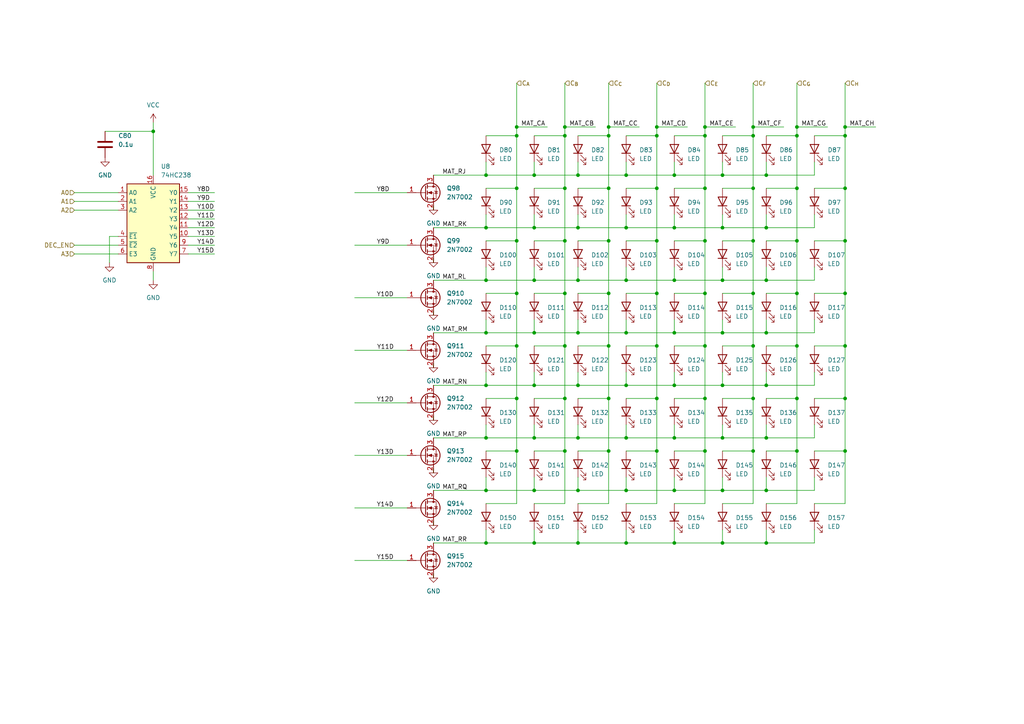
<source format=kicad_sch>
(kicad_sch (version 20231120) (generator "eeschema") (generator_version "8.0")
  (paper "A4")
  (lib_symbols
    (symbol "74xx:74HC238"
      (property "Reference" "U" (at -7.62 13.97 0))
      (property "Value" "74HC238" (at 2.54 -11.43 0))
      (symbol "74HC238_0_1"
        (rectangle (start -7.62 12.7) (end 7.62 -10.16) (stroke (width 0.254)) (fill (type background)))
      )
      (symbol "74HC238_1_1"
        (pin input line (at -10.16 10.16 0) (length 2.54) (name "A0") (number "1"))
        (pin output line (at 10.16 -2.54 180) (length 2.54) (name "Y5") (number "10"))
        (pin output line (at 10.16 0 180) (length 2.54) (name "Y4") (number "11"))
        (pin output line (at 10.16 2.54 180) (length 2.54) (name "Y3") (number "12"))
        (pin output line (at 10.16 5.08 180) (length 2.54) (name "Y2") (number "13"))
        (pin output line (at 10.16 7.62 180) (length 2.54) (name "Y1") (number "14"))
        (pin output line (at 10.16 10.16 180) (length 2.54) (name "Y0") (number "15"))
        (pin power_in line (at 0 15.24 270) (length 2.54) (name "VCC") (number "16"))
        (pin input line (at -10.16 7.62 0) (length 2.54) (name "A1") (number "2"))
        (pin input line (at -10.16 5.08 0) (length 2.54) (name "A2") (number "3"))
        (pin input line (at -10.16 -2.54 0) (length 2.54) (name "~{E1}") (number "4"))
        (pin input line (at -10.16 -5.08 0) (length 2.54) (name "~{E2}") (number "5"))
        (pin input line (at -10.16 -7.62 0) (length 2.54) (name "E3") (number "6"))
        (pin output line (at 10.16 -7.62 180) (length 2.54) (name "Y7") (number "7"))
        (pin power_in line (at 0 -12.7 90) (length 2.54) (name "GND") (number "8"))
        (pin output line (at 10.16 -5.08 180) (length 2.54) (name "Y6") (number "9"))
      )
    )
    (symbol "Device:C" (pin_numbers hide) (pin_names (offset 0.254))
      (property "Reference" "C" (at 0.635 2.54 0))
      (property "Value" "C" (at 0.635 -2.54 0))
      (symbol "C_0_1"
        (polyline (pts (xy -2.032 -0.762) (xy 2.032 -0.762)) (stroke (width 0.508)))
        (polyline (pts (xy -2.032 0.762) (xy 2.032 0.762)) (stroke (width 0.508)))
      )
      (symbol "C_1_1"
        (pin passive line (at 0 3.81 270) (length 2.794) (name "~") (number "1"))
        (pin passive line (at 0 -3.81 90) (length 2.794) (name "~") (number "2"))
      )
    )
    (symbol "Device:LED" (pin_numbers hide) (pin_names (offset 1.016) hide)
      (property "Reference" "D" (at 0 2.54 0))
      (property "Value" "LED" (at 0 -2.54 0))
      (symbol "LED_0_1"
        (polyline (pts (xy -1.27 -1.27) (xy -1.27 1.27)) (stroke (width 0.254)))
        (polyline (pts (xy -1.27 0) (xy 1.27 0)))
        (polyline (pts (xy 1.27 -1.27) (xy 1.27 1.27) (xy -1.27 0) (xy 1.27 -1.27)) (stroke (width 0.254)))
        (polyline (pts (xy -3.048 -0.762) (xy -4.572 -2.286) (xy -3.81 -2.286) (xy -4.572 -2.286) (xy -4.572 -1.524)))
        (polyline (pts (xy -1.778 -0.762) (xy -3.302 -2.286) (xy -2.54 -2.286) (xy -3.302 -2.286) (xy -3.302 -1.524)))
      )
      (symbol "LED_1_1"
        (pin passive line (at -3.81 0 0) (length 2.54) (name "K") (number "1"))
        (pin passive line (at 3.81 0 180) (length 2.54) (name "A") (number "2"))
      )
    )
    (symbol "Transistor_FET:2N7002" (pin_names hide)
      (property "Reference" "Q" (at 5.08 1.905 0))
      (property "Value" "2N7002" (at 5.08 0 0))
      (symbol "2N7002_0_1"
        (polyline (pts (xy 0.254 0) (xy -2.54 0)))
        (polyline (pts (xy 0.254 1.905) (xy 0.254 -1.905)) (stroke (width 0.254)))
        (polyline (pts (xy 0.762 -1.27) (xy 0.762 -2.286)) (stroke (width 0.254)))
        (polyline (pts (xy 0.762 0.508) (xy 0.762 -0.508)) (stroke (width 0.254)))
        (polyline (pts (xy 0.762 2.286) (xy 0.762 1.27)) (stroke (width 0.254)))
        (polyline (pts (xy 2.54 2.54) (xy 2.54 1.778)))
        (polyline (pts (xy 2.54 -2.54) (xy 2.54 0) (xy 0.762 0)))
        (polyline (pts (xy 0.762 -1.778) (xy 3.302 -1.778) (xy 3.302 1.778) (xy 0.762 1.778)))
        (polyline (pts (xy 1.016 0) (xy 2.032 0.381) (xy 2.032 -0.381) (xy 1.016 0)) (fill (type outline)))
        (polyline (pts (xy 2.794 0.508) (xy 2.921 0.381) (xy 3.683 0.381) (xy 3.81 0.254)))
        (polyline (pts (xy 3.302 0.381) (xy 2.921 -0.254) (xy 3.683 -0.254) (xy 3.302 0.381)))
        (circle (center 1.651 0) (radius 2.794) (stroke (width 0.254)))
        (circle (center 2.54 -1.778) (radius 0.254) (fill (type outline)))
        (circle (center 2.54 1.778) (radius 0.254) (fill (type outline)))
      )
      (symbol "2N7002_1_1"
        (pin input line (at -5.08 0 0) (length 2.54) (name "G") (number "1"))
        (pin passive line (at 2.54 -5.08 90) (length 2.54) (name "S") (number "2"))
        (pin passive line (at 2.54 5.08 270) (length 2.54) (name "D") (number "3"))
      )
    )
    (symbol "power:GND" (power) (pin_names (offset 0))
      (property "Value" "GND" (at 0 -3.81 0))
      (symbol "GND_0_1"
        (polyline (pts (xy 0 0) (xy 0 -1.27) (xy 1.27 -1.27) (xy 0 -2.54) (xy -1.27 -1.27) (xy 0 -1.27)))
      )
      (symbol "GND_1_1"
        (pin power_in line (at 0 0 270) (length 0) hide (name "GND") (number "1"))
      )
    )
    (symbol "power:VCC" (power) (pin_names (offset 0))
      (property "Value" "VCC" (at 0 3.81 0))
      (symbol "VCC_0_1"
        (polyline (pts (xy -0.762 1.27) (xy 0 2.54)))
        (polyline (pts (xy 0 0) (xy 0 2.54)))
        (polyline (pts (xy 0 2.54) (xy 0.762 1.27)))
      )
      (symbol "VCC_1_1"
        (pin power_in line (at 0 0 90) (length 0) hide (name "VCC") (number "1"))
      )
    )
  )
  (junction (at 140.97 111.76))
  (junction (at 209.55 142.24))
  (junction (at 190.5 85.09))
  (junction (at 181.61 50.8))
  (junction (at 245.11 54.61))
  (junction (at 181.61 142.24))
  (junction (at 195.58 157.48))
  (junction (at 190.5 115.57))
  (junction (at 218.44 100.33))
  (junction (at 218.44 36.83))
  (junction (at 204.47 115.57))
  (junction (at 231.14 130.81))
  (junction (at 149.86 36.83))
  (junction (at 204.47 130.81))
  (junction (at 190.5 130.81))
  (junction (at 209.55 111.76))
  (junction (at 204.47 54.61))
  (junction (at 176.53 54.61))
  (junction (at 167.64 96.52))
  (junction (at 190.5 54.61))
  (junction (at 245.11 85.09))
  (junction (at 231.14 36.83))
  (junction (at 140.97 157.48))
  (junction (at 176.53 85.09))
  (junction (at 204.47 36.83))
  (junction (at 222.25 66.04))
  (junction (at 176.53 36.83))
  (junction (at 222.25 157.48))
  (junction (at 195.58 50.8))
  (junction (at 163.83 100.33))
  (junction (at 222.25 81.28))
  (junction (at 231.14 39.37))
  (junction (at 163.83 85.09))
  (junction (at 245.11 100.33))
  (junction (at 167.64 127))
  (junction (at 163.83 36.83))
  (junction (at 154.94 66.04))
  (junction (at 154.94 142.24))
  (junction (at 176.53 100.33))
  (junction (at 218.44 115.57))
  (junction (at 140.97 96.52))
  (junction (at 222.25 111.76))
  (junction (at 245.11 115.57))
  (junction (at 140.97 50.8))
  (junction (at 176.53 39.37))
  (junction (at 163.83 54.61))
  (junction (at 218.44 130.81))
  (junction (at 222.25 96.52))
  (junction (at 163.83 39.37))
  (junction (at 218.44 54.61))
  (junction (at 231.14 69.85))
  (junction (at 149.86 130.81))
  (junction (at 209.55 157.48))
  (junction (at 140.97 66.04))
  (junction (at 204.47 85.09))
  (junction (at 245.11 130.81))
  (junction (at 209.55 81.28))
  (junction (at 163.83 69.85))
  (junction (at 140.97 81.28))
  (junction (at 222.25 142.24))
  (junction (at 176.53 69.85))
  (junction (at 231.14 115.57))
  (junction (at 176.53 130.81))
  (junction (at 195.58 81.28))
  (junction (at 209.55 66.04))
  (junction (at 195.58 127))
  (junction (at 167.64 81.28))
  (junction (at 154.94 157.48))
  (junction (at 218.44 39.37))
  (junction (at 181.61 157.48))
  (junction (at 245.11 36.83))
  (junction (at 154.94 50.8))
  (junction (at 204.47 69.85))
  (junction (at 222.25 50.8))
  (junction (at 154.94 111.76))
  (junction (at 209.55 50.8))
  (junction (at 231.14 54.61))
  (junction (at 149.86 100.33))
  (junction (at 181.61 96.52))
  (junction (at 195.58 66.04))
  (junction (at 154.94 81.28))
  (junction (at 149.86 39.37))
  (junction (at 149.86 69.85))
  (junction (at 154.94 96.52))
  (junction (at 181.61 81.28))
  (junction (at 231.14 100.33))
  (junction (at 190.5 100.33))
  (junction (at 190.5 39.37))
  (junction (at 167.64 111.76))
  (junction (at 195.58 142.24))
  (junction (at 149.86 115.57))
  (junction (at 154.94 127))
  (junction (at 204.47 39.37))
  (junction (at 190.5 36.83))
  (junction (at 149.86 54.61))
  (junction (at 209.55 96.52))
  (junction (at 140.97 142.24))
  (junction (at 218.44 85.09))
  (junction (at 44.45 38.1))
  (junction (at 218.44 69.85))
  (junction (at 195.58 96.52))
  (junction (at 149.86 85.09))
  (junction (at 245.11 69.85))
  (junction (at 190.5 69.85))
  (junction (at 181.61 66.04))
  (junction (at 167.64 142.24))
  (junction (at 245.11 39.37))
  (junction (at 167.64 157.48))
  (junction (at 140.97 127))
  (junction (at 204.47 100.33))
  (junction (at 163.83 115.57))
  (junction (at 231.14 85.09))
  (junction (at 167.64 66.04))
  (junction (at 176.53 115.57))
  (junction (at 163.83 130.81))
  (junction (at 195.58 111.76))
  (junction (at 181.61 111.76))
  (junction (at 181.61 127))
  (junction (at 209.55 127))
  (junction (at 167.64 50.8))
  (junction (at 222.25 127))
  (wire (pts (xy 209.55 50.8) (xy 222.25 50.8)))
  (wire (pts (xy 167.64 115.57) (xy 176.53 115.57)))
  (wire (pts (xy 231.14 36.83) (xy 231.14 39.37)))
  (wire (pts (xy 218.44 24.13) (xy 218.44 36.83)))
  (wire (pts (xy 195.58 157.48) (xy 209.55 157.48)))
  (wire (pts (xy 154.94 81.28) (xy 167.64 81.28)))
  (wire (pts (xy 245.11 54.61) (xy 245.11 69.85)))
  (wire (pts (xy 190.5 100.33) (xy 190.5 115.57)))
  (wire (pts (xy 154.94 92.71) (xy 154.94 96.52)))
  (wire (pts (xy 231.14 130.81) (xy 231.14 146.05)))
  (wire (pts (xy 245.11 146.05) (xy 236.22 146.05)))
  (wire (pts (xy 125.73 66.04) (xy 140.97 66.04)))
  (wire (pts (xy 181.61 39.37) (xy 190.5 39.37)))
  (wire (pts (xy 176.53 36.83) (xy 185.42 36.83)))
  (wire (pts (xy 163.83 39.37) (xy 163.83 54.61)))
  (wire (pts (xy 167.64 142.24) (xy 181.61 142.24)))
  (wire (pts (xy 154.94 138.43) (xy 154.94 142.24)))
  (wire (pts (xy 190.5 36.83) (xy 199.39 36.83)))
  (wire (pts (xy 54.61 60.96) (xy 62.23 60.96)))
  (wire (pts (xy 195.58 50.8) (xy 209.55 50.8)))
  (wire (pts (xy 190.5 54.61) (xy 190.5 69.85)))
  (wire (pts (xy 195.58 115.57) (xy 204.47 115.57)))
  (wire (pts (xy 209.55 157.48) (xy 222.25 157.48)))
  (wire (pts (xy 102.87 116.84) (xy 118.11 116.84)))
  (wire (pts (xy 204.47 69.85) (xy 204.47 85.09)))
  (wire (pts (xy 190.5 69.85) (xy 190.5 85.09)))
  (wire (pts (xy 140.97 81.28) (xy 154.94 81.28)))
  (wire (pts (xy 154.94 142.24) (xy 167.64 142.24)))
  (wire (pts (xy 167.64 153.67) (xy 167.64 157.48)))
  (wire (pts (xy 195.58 107.95) (xy 195.58 111.76)))
  (wire (pts (xy 236.22 115.57) (xy 245.11 115.57)))
  (wire (pts (xy 181.61 130.81) (xy 190.5 130.81)))
  (wire (pts (xy 167.64 66.04) (xy 181.61 66.04)))
  (wire (pts (xy 231.14 100.33) (xy 231.14 115.57)))
  (wire (pts (xy 149.86 115.57) (xy 149.86 130.81)))
  (wire (pts (xy 163.83 115.57) (xy 163.83 130.81)))
  (wire (pts (xy 204.47 36.83) (xy 213.36 36.83)))
  (wire (pts (xy 218.44 115.57) (xy 218.44 130.81)))
  (wire (pts (xy 125.73 74.93) (xy 125.73 76.2)))
  (wire (pts (xy 125.73 50.8) (xy 140.97 50.8)))
  (wire (pts (xy 154.94 123.19) (xy 154.94 127)))
  (wire (pts (xy 195.58 69.85) (xy 204.47 69.85)))
  (wire (pts (xy 102.87 71.12) (xy 118.11 71.12)))
  (wire (pts (xy 222.25 107.95) (xy 222.25 111.76)))
  (wire (pts (xy 218.44 146.05) (xy 209.55 146.05)))
  (wire (pts (xy 209.55 66.04) (xy 222.25 66.04)))
  (wire (pts (xy 181.61 66.04) (xy 195.58 66.04)))
  (wire (pts (xy 236.22 69.85) (xy 245.11 69.85)))
  (wire (pts (xy 140.97 111.76) (xy 154.94 111.76)))
  (wire (pts (xy 149.86 36.83) (xy 158.75 36.83)))
  (wire (pts (xy 154.94 100.33) (xy 163.83 100.33)))
  (wire (pts (xy 222.25 66.04) (xy 236.22 66.04)))
  (wire (pts (xy 231.14 24.13) (xy 231.14 36.83)))
  (wire (pts (xy 236.22 39.37) (xy 245.11 39.37)))
  (wire (pts (xy 209.55 77.47) (xy 209.55 81.28)))
  (wire (pts (xy 245.11 130.81) (xy 245.11 146.05)))
  (wire (pts (xy 231.14 85.09) (xy 231.14 100.33)))
  (wire (pts (xy 236.22 157.48) (xy 236.22 153.67)))
  (wire (pts (xy 181.61 62.23) (xy 181.61 66.04)))
  (wire (pts (xy 21.59 71.12) (xy 34.29 71.12)))
  (wire (pts (xy 222.25 153.67) (xy 222.25 157.48)))
  (wire (pts (xy 195.58 96.52) (xy 209.55 96.52)))
  (wire (pts (xy 209.55 62.23) (xy 209.55 66.04)))
  (wire (pts (xy 195.58 92.71) (xy 195.58 96.52)))
  (wire (pts (xy 102.87 162.56) (xy 118.11 162.56)))
  (wire (pts (xy 125.73 142.24) (xy 140.97 142.24)))
  (wire (pts (xy 154.94 39.37) (xy 163.83 39.37)))
  (wire (pts (xy 102.87 132.08) (xy 118.11 132.08)))
  (wire (pts (xy 167.64 69.85) (xy 176.53 69.85)))
  (wire (pts (xy 222.25 69.85) (xy 231.14 69.85)))
  (wire (pts (xy 154.94 62.23) (xy 154.94 66.04)))
  (wire (pts (xy 30.48 38.1) (xy 44.45 38.1)))
  (wire (pts (xy 167.64 96.52) (xy 181.61 96.52)))
  (wire (pts (xy 195.58 66.04) (xy 209.55 66.04)))
  (wire (pts (xy 245.11 39.37) (xy 245.11 54.61)))
  (wire (pts (xy 204.47 85.09) (xy 204.47 100.33)))
  (wire (pts (xy 245.11 115.57) (xy 245.11 130.81)))
  (wire (pts (xy 167.64 50.8) (xy 181.61 50.8)))
  (wire (pts (xy 218.44 69.85) (xy 218.44 85.09)))
  (wire (pts (xy 154.94 111.76) (xy 167.64 111.76)))
  (wire (pts (xy 140.97 153.67) (xy 140.97 157.48)))
  (wire (pts (xy 54.61 66.04) (xy 62.23 66.04)))
  (wire (pts (xy 44.45 78.74) (xy 44.45 81.28)))
  (wire (pts (xy 176.53 85.09) (xy 176.53 100.33)))
  (wire (pts (xy 140.97 39.37) (xy 149.86 39.37)))
  (wire (pts (xy 209.55 127) (xy 222.25 127)))
  (wire (pts (xy 176.53 146.05) (xy 167.64 146.05)))
  (wire (pts (xy 167.64 54.61) (xy 176.53 54.61)))
  (wire (pts (xy 102.87 86.36) (xy 118.11 86.36)))
  (wire (pts (xy 154.94 96.52) (xy 167.64 96.52)))
  (wire (pts (xy 209.55 54.61) (xy 218.44 54.61)))
  (wire (pts (xy 163.83 54.61) (xy 163.83 69.85)))
  (wire (pts (xy 204.47 36.83) (xy 204.47 39.37)))
  (wire (pts (xy 195.58 100.33) (xy 204.47 100.33)))
  (wire (pts (xy 195.58 81.28) (xy 209.55 81.28)))
  (wire (pts (xy 149.86 54.61) (xy 149.86 69.85)))
  (wire (pts (xy 181.61 157.48) (xy 195.58 157.48)))
  (wire (pts (xy 231.14 146.05) (xy 222.25 146.05)))
  (wire (pts (xy 181.61 54.61) (xy 190.5 54.61)))
  (wire (pts (xy 167.64 123.19) (xy 167.64 127)))
  (wire (pts (xy 209.55 81.28) (xy 222.25 81.28)))
  (wire (pts (xy 167.64 127) (xy 181.61 127)))
  (wire (pts (xy 149.86 24.13) (xy 149.86 36.83)))
  (wire (pts (xy 140.97 77.47) (xy 140.97 81.28)))
  (wire (pts (xy 209.55 100.33) (xy 218.44 100.33)))
  (wire (pts (xy 140.97 100.33) (xy 149.86 100.33)))
  (wire (pts (xy 140.97 138.43) (xy 140.97 142.24)))
  (wire (pts (xy 195.58 130.81) (xy 204.47 130.81)))
  (wire (pts (xy 54.61 71.12) (xy 62.23 71.12)))
  (wire (pts (xy 181.61 115.57) (xy 190.5 115.57)))
  (wire (pts (xy 167.64 85.09) (xy 176.53 85.09)))
  (wire (pts (xy 181.61 69.85) (xy 190.5 69.85)))
  (wire (pts (xy 209.55 153.67) (xy 209.55 157.48)))
  (wire (pts (xy 218.44 39.37) (xy 218.44 54.61)))
  (wire (pts (xy 140.97 62.23) (xy 140.97 66.04)))
  (wire (pts (xy 167.64 81.28) (xy 181.61 81.28)))
  (wire (pts (xy 181.61 77.47) (xy 181.61 81.28)))
  (wire (pts (xy 218.44 130.81) (xy 218.44 146.05)))
  (wire (pts (xy 140.97 107.95) (xy 140.97 111.76)))
  (wire (pts (xy 167.64 46.99) (xy 167.64 50.8)))
  (wire (pts (xy 102.87 55.88) (xy 118.11 55.88)))
  (wire (pts (xy 125.73 127) (xy 140.97 127)))
  (wire (pts (xy 176.53 115.57) (xy 176.53 130.81)))
  (wire (pts (xy 236.22 96.52) (xy 236.22 92.71)))
  (wire (pts (xy 140.97 142.24) (xy 154.94 142.24)))
  (wire (pts (xy 140.97 130.81) (xy 149.86 130.81)))
  (wire (pts (xy 209.55 138.43) (xy 209.55 142.24)))
  (wire (pts (xy 176.53 54.61) (xy 176.53 69.85)))
  (wire (pts (xy 222.25 62.23) (xy 222.25 66.04)))
  (wire (pts (xy 167.64 157.48) (xy 181.61 157.48)))
  (wire (pts (xy 222.25 130.81) (xy 231.14 130.81)))
  (wire (pts (xy 167.64 111.76) (xy 181.61 111.76)))
  (wire (pts (xy 102.87 101.6) (xy 118.11 101.6)))
  (wire (pts (xy 209.55 85.09) (xy 218.44 85.09)))
  (wire (pts (xy 195.58 127) (xy 209.55 127)))
  (wire (pts (xy 163.83 146.05) (xy 154.94 146.05)))
  (wire (pts (xy 149.86 36.83) (xy 149.86 39.37)))
  (wire (pts (xy 140.97 85.09) (xy 149.86 85.09)))
  (wire (pts (xy 204.47 39.37) (xy 204.47 54.61)))
  (wire (pts (xy 222.25 127) (xy 236.22 127)))
  (wire (pts (xy 181.61 92.71) (xy 181.61 96.52)))
  (wire (pts (xy 245.11 36.83) (xy 254 36.83)))
  (wire (pts (xy 167.64 100.33) (xy 176.53 100.33)))
  (wire (pts (xy 163.83 36.83) (xy 163.83 39.37)))
  (wire (pts (xy 222.25 111.76) (xy 236.22 111.76)))
  (wire (pts (xy 222.25 54.61) (xy 231.14 54.61)))
  (wire (pts (xy 209.55 107.95) (xy 209.55 111.76)))
  (wire (pts (xy 222.25 142.24) (xy 236.22 142.24)))
  (wire (pts (xy 154.94 153.67) (xy 154.94 157.48)))
  (wire (pts (xy 209.55 96.52) (xy 222.25 96.52)))
  (wire (pts (xy 195.58 123.19) (xy 195.58 127)))
  (wire (pts (xy 195.58 111.76) (xy 209.55 111.76)))
  (wire (pts (xy 236.22 81.28) (xy 236.22 77.47)))
  (wire (pts (xy 154.94 115.57) (xy 163.83 115.57)))
  (wire (pts (xy 140.97 54.61) (xy 149.86 54.61)))
  (wire (pts (xy 181.61 96.52) (xy 195.58 96.52)))
  (wire (pts (xy 209.55 46.99) (xy 209.55 50.8)))
  (wire (pts (xy 21.59 55.88) (xy 34.29 55.88)))
  (wire (pts (xy 149.86 69.85) (xy 149.86 85.09)))
  (wire (pts (xy 181.61 153.67) (xy 181.61 157.48)))
  (wire (pts (xy 181.61 127) (xy 195.58 127)))
  (wire (pts (xy 236.22 127) (xy 236.22 123.19)))
  (wire (pts (xy 222.25 92.71) (xy 222.25 96.52)))
  (wire (pts (xy 190.5 130.81) (xy 190.5 146.05)))
  (wire (pts (xy 195.58 62.23) (xy 195.58 66.04)))
  (wire (pts (xy 44.45 35.56) (xy 44.45 38.1)))
  (wire (pts (xy 167.64 92.71) (xy 167.64 96.52)))
  (wire (pts (xy 125.73 135.89) (xy 125.73 137.16)))
  (wire (pts (xy 167.64 62.23) (xy 167.64 66.04)))
  (wire (pts (xy 181.61 111.76) (xy 195.58 111.76)))
  (wire (pts (xy 176.53 36.83) (xy 176.53 39.37)))
  (wire (pts (xy 190.5 85.09) (xy 190.5 100.33)))
  (wire (pts (xy 140.97 127) (xy 154.94 127)))
  (wire (pts (xy 140.97 46.99) (xy 140.97 50.8)))
  (wire (pts (xy 31.75 68.58) (xy 31.75 76.2)))
  (wire (pts (xy 21.59 58.42) (xy 34.29 58.42)))
  (wire (pts (xy 181.61 107.95) (xy 181.61 111.76)))
  (wire (pts (xy 222.25 100.33) (xy 231.14 100.33)))
  (wire (pts (xy 218.44 36.83) (xy 218.44 39.37)))
  (wire (pts (xy 236.22 100.33) (xy 245.11 100.33)))
  (wire (pts (xy 167.64 130.81) (xy 176.53 130.81)))
  (wire (pts (xy 54.61 68.58) (xy 62.23 68.58)))
  (wire (pts (xy 125.73 96.52) (xy 140.97 96.52)))
  (wire (pts (xy 163.83 24.13) (xy 163.83 36.83)))
  (wire (pts (xy 154.94 127) (xy 167.64 127)))
  (wire (pts (xy 195.58 39.37) (xy 204.47 39.37)))
  (wire (pts (xy 125.73 59.69) (xy 125.73 60.96)))
  (wire (pts (xy 245.11 100.33) (xy 245.11 115.57)))
  (wire (pts (xy 125.73 81.28) (xy 140.97 81.28)))
  (wire (pts (xy 125.73 120.65) (xy 125.73 121.92)))
  (wire (pts (xy 167.64 39.37) (xy 176.53 39.37)))
  (wire (pts (xy 204.47 146.05) (xy 195.58 146.05)))
  (wire (pts (xy 176.53 130.81) (xy 176.53 146.05)))
  (wire (pts (xy 222.25 123.19) (xy 222.25 127)))
  (wire (pts (xy 163.83 85.09) (xy 163.83 100.33)))
  (wire (pts (xy 154.94 157.48) (xy 167.64 157.48)))
  (wire (pts (xy 222.25 157.48) (xy 236.22 157.48)))
  (wire (pts (xy 163.83 69.85) (xy 163.83 85.09)))
  (wire (pts (xy 190.5 39.37) (xy 190.5 54.61)))
  (wire (pts (xy 34.29 68.58) (xy 31.75 68.58)))
  (wire (pts (xy 167.64 138.43) (xy 167.64 142.24)))
  (wire (pts (xy 231.14 39.37) (xy 231.14 54.61)))
  (wire (pts (xy 209.55 142.24) (xy 222.25 142.24)))
  (wire (pts (xy 245.11 24.13) (xy 245.11 36.83)))
  (wire (pts (xy 140.97 66.04) (xy 154.94 66.04)))
  (wire (pts (xy 21.59 73.66) (xy 34.29 73.66)))
  (wire (pts (xy 195.58 46.99) (xy 195.58 50.8)))
  (wire (pts (xy 204.47 130.81) (xy 204.47 146.05)))
  (wire (pts (xy 181.61 123.19) (xy 181.61 127)))
  (wire (pts (xy 209.55 39.37) (xy 218.44 39.37)))
  (wire (pts (xy 218.44 54.61) (xy 218.44 69.85)))
  (wire (pts (xy 149.86 39.37) (xy 149.86 54.61)))
  (wire (pts (xy 209.55 115.57) (xy 218.44 115.57)))
  (wire (pts (xy 218.44 100.33) (xy 218.44 115.57)))
  (wire (pts (xy 195.58 142.24) (xy 209.55 142.24)))
  (wire (pts (xy 209.55 130.81) (xy 218.44 130.81)))
  (wire (pts (xy 195.58 77.47) (xy 195.58 81.28)))
  (wire (pts (xy 209.55 69.85) (xy 218.44 69.85)))
  (wire (pts (xy 181.61 142.24) (xy 195.58 142.24)))
  (wire (pts (xy 125.73 151.13) (xy 125.73 152.4)))
  (wire (pts (xy 236.22 50.8) (xy 236.22 46.99)))
  (wire (pts (xy 222.25 50.8) (xy 236.22 50.8)))
  (wire (pts (xy 209.55 123.19) (xy 209.55 127)))
  (wire (pts (xy 190.5 115.57) (xy 190.5 130.81)))
  (wire (pts (xy 54.61 63.5) (xy 62.23 63.5)))
  (wire (pts (xy 222.25 138.43) (xy 222.25 142.24)))
  (wire (pts (xy 44.45 38.1) (xy 44.45 50.8)))
  (wire (pts (xy 149.86 100.33) (xy 149.86 115.57)))
  (wire (pts (xy 190.5 146.05) (xy 181.61 146.05)))
  (wire (pts (xy 195.58 153.67) (xy 195.58 157.48)))
  (wire (pts (xy 222.25 81.28) (xy 236.22 81.28)))
  (wire (pts (xy 149.86 130.81) (xy 149.86 146.05)))
  (wire (pts (xy 125.73 157.48) (xy 140.97 157.48)))
  (wire (pts (xy 236.22 142.24) (xy 236.22 138.43)))
  (wire (pts (xy 190.5 24.13) (xy 190.5 36.83)))
  (wire (pts (xy 54.61 55.88) (xy 62.23 55.88)))
  (wire (pts (xy 102.87 147.32) (xy 118.11 147.32)))
  (wire (pts (xy 167.64 107.95) (xy 167.64 111.76)))
  (wire (pts (xy 204.47 24.13) (xy 204.47 36.83)))
  (wire (pts (xy 163.83 100.33) (xy 163.83 115.57)))
  (wire (pts (xy 236.22 111.76) (xy 236.22 107.95)))
  (wire (pts (xy 140.97 96.52) (xy 154.94 96.52)))
  (wire (pts (xy 140.97 50.8) (xy 154.94 50.8)))
  (wire (pts (xy 140.97 115.57) (xy 149.86 115.57)))
  (wire (pts (xy 21.59 60.96) (xy 34.29 60.96)))
  (wire (pts (xy 54.61 58.42) (xy 62.23 58.42)))
  (wire (pts (xy 154.94 107.95) (xy 154.94 111.76)))
  (wire (pts (xy 218.44 36.83) (xy 227.33 36.83)))
  (wire (pts (xy 209.55 92.71) (xy 209.55 96.52)))
  (wire (pts (xy 181.61 50.8) (xy 195.58 50.8)))
  (wire (pts (xy 204.47 54.61) (xy 204.47 69.85)))
  (wire (pts (xy 236.22 85.09) (xy 245.11 85.09)))
  (wire (pts (xy 140.97 69.85) (xy 149.86 69.85)))
  (wire (pts (xy 163.83 36.83) (xy 172.72 36.83)))
  (wire (pts (xy 195.58 85.09) (xy 204.47 85.09)))
  (wire (pts (xy 154.94 54.61) (xy 163.83 54.61)))
  (wire (pts (xy 154.94 50.8) (xy 167.64 50.8)))
  (wire (pts (xy 222.25 96.52) (xy 236.22 96.52)))
  (wire (pts (xy 149.86 85.09) (xy 149.86 100.33)))
  (wire (pts (xy 154.94 130.81) (xy 163.83 130.81)))
  (wire (pts (xy 222.25 85.09) (xy 231.14 85.09)))
  (wire (pts (xy 236.22 66.04) (xy 236.22 62.23)))
  (wire (pts (xy 245.11 69.85) (xy 245.11 85.09)))
  (wire (pts (xy 190.5 36.83) (xy 190.5 39.37)))
  (wire (pts (xy 181.61 138.43) (xy 181.61 142.24)))
  (wire (pts (xy 154.94 69.85) (xy 163.83 69.85)))
  (wire (pts (xy 195.58 54.61) (xy 204.47 54.61)))
  (wire (pts (xy 149.86 146.05) (xy 140.97 146.05)))
  (wire (pts (xy 231.14 36.83) (xy 240.03 36.83)))
  (wire (pts (xy 231.14 54.61) (xy 231.14 69.85)))
  (wire (pts (xy 154.94 77.47) (xy 154.94 81.28)))
  (wire (pts (xy 140.97 157.48) (xy 154.94 157.48)))
  (wire (pts (xy 236.22 54.61) (xy 245.11 54.61)))
  (wire (pts (xy 231.14 115.57) (xy 231.14 130.81)))
  (wire (pts (xy 163.83 130.81) (xy 163.83 146.05)))
  (wire (pts (xy 125.73 90.17) (xy 125.73 91.44)))
  (wire (pts (xy 181.61 100.33) (xy 190.5 100.33)))
  (wire (pts (xy 204.47 100.33) (xy 204.47 115.57)))
  (wire (pts (xy 195.58 138.43) (xy 195.58 142.24)))
  (wire (pts (xy 176.53 24.13) (xy 176.53 36.83)))
  (wire (pts (xy 222.25 46.99) (xy 222.25 50.8)))
  (wire (pts (xy 222.25 77.47) (xy 222.25 81.28)))
  (wire (pts (xy 154.94 46.99) (xy 154.94 50.8)))
  (wire (pts (xy 176.53 39.37) (xy 176.53 54.61)))
  (wire (pts (xy 245.11 36.83) (xy 245.11 39.37)))
  (wire (pts (xy 181.61 85.09) (xy 190.5 85.09)))
  (wire (pts (xy 181.61 46.99) (xy 181.61 50.8)))
  (wire (pts (xy 140.97 123.19) (xy 140.97 127)))
  (wire (pts (xy 167.64 77.47) (xy 167.64 81.28)))
  (wire (pts (xy 125.73 166.37) (xy 125.73 167.64)))
  (wire (pts (xy 176.53 69.85) (xy 176.53 85.09)))
  (wire (pts (xy 204.47 115.57) (xy 204.47 130.81)))
  (wire (pts (xy 176.53 100.33) (xy 176.53 115.57)))
  (wire (pts (xy 154.94 66.04) (xy 167.64 66.04)))
  (wire (pts (xy 54.61 73.66) (xy 62.23 73.66)))
  (wire (pts (xy 222.25 115.57) (xy 231.14 115.57)))
  (wire (pts (xy 181.61 81.28) (xy 195.58 81.28)))
  (wire (pts (xy 125.73 105.41) (xy 125.73 106.68)))
  (wire (pts (xy 140.97 92.71) (xy 140.97 96.52)))
  (wire (pts (xy 231.14 69.85) (xy 231.14 85.09)))
  (wire (pts (xy 154.94 85.09) (xy 163.83 85.09)))
  (wire (pts (xy 209.55 111.76) (xy 222.25 111.76)))
  (wire (pts (xy 218.44 85.09) (xy 218.44 100.33)))
  (wire (pts (xy 236.22 130.81) (xy 245.11 130.81)))
  (wire (pts (xy 222.25 39.37) (xy 231.14 39.37)))
  (wire (pts (xy 245.11 85.09) (xy 245.11 100.33)))
  (wire (pts (xy 125.73 111.76) (xy 140.97 111.76)))
  (label "Y14D" (at 109.22 147.32 0))
  (label "MAT_RN" (at 128.27 111.76 0))
  (label "MAT_CF" (at 219.71 36.83 0))
  (label "Y8D" (at 57.15 55.88 0))
  (label "Y13D" (at 109.22 132.08 0))
  (label "Y11D" (at 57.15 63.5 0))
  (label "Y12D" (at 109.22 116.84 0))
  (label "MAT_RM" (at 128.27 96.52 0))
  (label "Y10D" (at 57.15 60.96 0))
  (label "Y12D" (at 57.15 66.04 0))
  (label "Y13D" (at 57.15 68.58 0))
  (label "Y11D" (at 109.3057 101.6 0))
  (label "Y9D" (at 57.15 58.42 0))
  (label "MAT_RK" (at 128.27 66.04 0))
  (label "Y10D" (at 109.22 86.36 0))
  (label "Y9D" (at 109.22 71.12 0))
  (label "MAT_CD" (at 191.77 36.83 0))
  (label "Y14D" (at 57.15 71.12 0))
  (label "MAT_CE" (at 205.74 36.83 0))
  (label "Y8D" (at 109.22 55.88 0))
  (label "MAT_RJ" (at 128.27 50.8 0))
  (label "MAT_CA" (at 151.13 36.83 0))
  (label "MAT_RQ" (at 128.27 142.24 0))
  (label "Y15D" (at 109.22 162.56 0))
  (label "Y15D" (at 57.15 73.66 0))
  (label "MAT_RR" (at 128.27 157.48 0))
  (label "MAT_CH" (at 246.38 36.83 0))
  (label "MAT_RP" (at 128.27 127 0))
  (label "MAT_CC" (at 177.8 36.83 0))
  (label "MAT_RL" (at 128.27 81.28 0))
  (label "MAT_CG" (at 232.41 36.83 0))
  (label "MAT_CB" (at 165.1 36.83 0))
  (hierarchical_label "A1" (shape input) (at 21.59 58.42 180))
  (hierarchical_label "C_{H}" (shape input) (at 245.11 24.13 0))
  (hierarchical_label "A0" (shape input) (at 21.59 55.88 180))
  (hierarchical_label "C_{C}" (shape input) (at 176.53 24.13 0))
  (hierarchical_label "C_{E}" (shape input) (at 204.47 24.13 0))
  (hierarchical_label "A2" (shape input) (at 21.59 60.96 180))
  (hierarchical_label "C_{B}" (shape input) (at 163.83 24.13 0))
  (hierarchical_label "C_{A}" (shape input) (at 149.86 24.13 0))
  (hierarchical_label "DEC_EN" (shape input) (at 21.59 71.12 180))
  (hierarchical_label "C_{G}" (shape input) (at 231.14 24.13 0))
  (hierarchical_label "C_{D}" (shape input) (at 190.5 24.13 0))
  (hierarchical_label "C_{F}" (shape input) (at 218.44 24.13 0))
  (hierarchical_label "A3" (shape input) (at 21.59 73.66 180))
  (symbol (lib_id "Device:LED") (at 154.94 43.18 90) (unit 1)
    (property "Reference" "D81" (at 158.75 43.4974 90) (effects (justify right)))
    (property "Value" "LED" (at 158.75 46.0374 90) (effects (justify right)))
    (property "Footprint" "LED_SMD:LED_0402_1005Metric_Pad0.77x0.64mm_HandSolder" (effects (hide yes)))
  )
  (symbol (lib_id "Device:LED") (at 181.61 134.62 90) (unit 1)
    (property "Reference" "D143" (at 185.42 134.9374 90) (effects (justify right)))
    (property "Value" "LED" (at 185.42 137.4774 90) (effects (justify right)))
    (property "Footprint" "LED_SMD:LED_0402_1005Metric_Pad0.77x0.64mm_HandSolder" (effects (hide yes)))
  )
  (symbol (lib_id "Device:LED") (at 181.61 119.38 90) (unit 1)
    (property "Reference" "D133" (at 185.42 119.6974 90) (effects (justify right)))
    (property "Value" "LED" (at 185.42 122.2374 90) (effects (justify right)))
    (property "Footprint" "LED_SMD:LED_0402_1005Metric_Pad0.77x0.64mm_HandSolder" (effects (hide yes)))
  )
  (symbol (lib_id "power:GND") (at 125.73 151.13 0) (unit 1)
    (property "Reference" "#PWR0113" (effects (hide yes)))
    (property "Value" "GND" (at 125.73 156.21 0))
  )
  (symbol (lib_id "Device:LED") (at 236.22 43.18 90) (unit 1)
    (property "Reference" "D87" (at 240.03 43.4974 90) (effects (justify right)))
    (property "Value" "LED" (at 240.03 46.0374 90) (effects (justify right)))
    (property "Footprint" "LED_SMD:LED_0402_1005Metric_Pad0.77x0.64mm_HandSolder" (effects (hide yes)))
  )
  (symbol (lib_id "Device:LED") (at 195.58 88.9 90) (unit 1)
    (property "Reference" "D114" (at 199.39 89.2174 90) (effects (justify right)))
    (property "Value" "LED" (at 199.39 91.7574 90) (effects (justify right)))
    (property "Footprint" "LED_SMD:LED_0402_1005Metric_Pad0.77x0.64mm_HandSolder" (effects (hide yes)))
  )
  (symbol (lib_id "Device:LED") (at 167.64 43.18 90) (unit 1)
    (property "Reference" "D82" (at 171.45 43.4974 90) (effects (justify right)))
    (property "Value" "LED" (at 171.45 46.0374 90) (effects (justify right)))
    (property "Footprint" "LED_SMD:LED_0402_1005Metric_Pad0.77x0.64mm_HandSolder" (effects (hide yes)))
  )
  (symbol (lib_id "Device:C") (at 30.48 41.91 0) (unit 1)
    (property "Reference" "C80" (at 34.29 39.37 0) (effects (justify left)))
    (property "Value" "0.1u" (at 34.29 41.91 0) (effects (justify left)))
    (property "Footprint" "Capacitor_SMD:C_0402_1005Metric_Pad0.74x0.62mm_HandSolder" (effects (hide yes)))
  )
  (symbol (lib_id "Device:LED") (at 222.25 73.66 90) (unit 1)
    (property "Reference" "D106" (at 226.06 73.9774 90) (effects (justify right)))
    (property "Value" "LED" (at 226.06 76.5174 90) (effects (justify right)))
    (property "Footprint" "LED_SMD:LED_0402_1005Metric_Pad0.77x0.64mm_HandSolder" (effects (hide yes)))
  )
  (symbol (lib_id "power:GND") (at 30.48 45.72 0) (unit 1)
    (property "Reference" "#PWR0117" (effects (hide yes)))
    (property "Value" "GND" (at 30.48 50.8 0))
  )
  (symbol (lib_id "Device:LED") (at 195.58 73.66 90) (unit 1)
    (property "Reference" "D104" (at 199.39 73.9774 90) (effects (justify right)))
    (property "Value" "LED" (at 199.39 76.5174 90) (effects (justify right)))
    (property "Footprint" "LED_SMD:LED_0402_1005Metric_Pad0.77x0.64mm_HandSolder" (effects (hide yes)))
  )
  (symbol (lib_id "Device:LED") (at 140.97 43.18 90) (unit 1)
    (property "Reference" "D80" (at 144.78 43.4974 90) (effects (justify right)))
    (property "Value" "LED" (at 144.78 46.0374 90) (effects (justify right)))
    (property "Footprint" "LED_SMD:LED_0402_1005Metric_Pad0.77x0.64mm_HandSolder" (effects (hide yes)))
  )
  (symbol (lib_id "Device:LED") (at 209.55 43.18 90) (unit 1)
    (property "Reference" "D85" (at 213.36 43.4974 90) (effects (justify right)))
    (property "Value" "LED" (at 213.36 46.0374 90) (effects (justify right)))
    (property "Footprint" "LED_SMD:LED_0402_1005Metric_Pad0.77x0.64mm_HandSolder" (effects (hide yes)))
  )
  (symbol (lib_id "Device:LED") (at 181.61 104.14 90) (unit 1)
    (property "Reference" "D123" (at 185.42 104.4574 90) (effects (justify right)))
    (property "Value" "LED" (at 185.42 106.9974 90) (effects (justify right)))
    (property "Footprint" "LED_SMD:LED_0402_1005Metric_Pad0.77x0.64mm_HandSolder" (effects (hide yes)))
  )
  (symbol (lib_id "Transistor_FET:2N7002") (at 123.19 116.84 0) (unit 1)
    (property "Reference" "Q912" (at 129.54 115.5699 0) (effects (justify left)))
    (property "Value" "2N7002" (at 129.54 118.1099 0) (effects (justify left)))
    (property "Footprint" "Package_TO_SOT_SMD:SOT-23" (effects (hide yes)))
    (property "Datasheet" "https://www.onsemi.com/pub/Collateral/NDS7002A-D.PDF" (effects (hide yes)))
  )
  (symbol (lib_id "Device:LED") (at 181.61 149.86 90) (unit 1)
    (property "Reference" "D153" (at 185.42 150.1774 90) (effects (justify right)))
    (property "Value" "LED" (at 185.42 152.7174 90) (effects (justify right)))
    (property "Footprint" "LED_SMD:LED_0402_1005Metric_Pad0.77x0.64mm_HandSolder" (effects (hide yes)))
  )
  (symbol (lib_id "Device:LED") (at 140.97 149.86 90) (unit 1)
    (property "Reference" "D150" (at 144.78 150.1774 90) (effects (justify right)))
    (property "Value" "LED" (at 144.78 152.7174 90) (effects (justify right)))
    (property "Footprint" "LED_SMD:LED_0402_1005Metric_Pad0.77x0.64mm_HandSolder" (effects (hide yes)))
  )
  (symbol (lib_id "Device:LED") (at 222.25 58.42 90) (unit 1)
    (property "Reference" "D96" (at 226.06 58.7374 90) (effects (justify right)))
    (property "Value" "LED" (at 226.06 61.2774 90) (effects (justify right)))
    (property "Footprint" "LED_SMD:LED_0402_1005Metric_Pad0.77x0.64mm_HandSolder" (effects (hide yes)))
  )
  (symbol (lib_id "Device:LED") (at 140.97 58.42 90) (unit 1)
    (property "Reference" "D90" (at 144.78 58.7374 90) (effects (justify right)))
    (property "Value" "LED" (at 144.78 61.2774 90) (effects (justify right)))
    (property "Footprint" "LED_SMD:LED_0402_1005Metric_Pad0.77x0.64mm_HandSolder" (effects (hide yes)))
  )
  (symbol (lib_id "Device:LED") (at 167.64 149.86 90) (unit 1)
    (property "Reference" "D152" (at 171.45 150.1774 90) (effects (justify right)))
    (property "Value" "LED" (at 171.45 152.7174 90) (effects (justify right)))
    (property "Footprint" "LED_SMD:LED_0402_1005Metric_Pad0.77x0.64mm_HandSolder" (effects (hide yes)))
  )
  (symbol (lib_id "Device:LED") (at 209.55 134.62 90) (unit 1)
    (property "Reference" "D145" (at 213.36 134.9374 90) (effects (justify right)))
    (property "Value" "LED" (at 213.36 137.4774 90) (effects (justify right)))
    (property "Footprint" "LED_SMD:LED_0402_1005Metric_Pad0.77x0.64mm_HandSolder" (effects (hide yes)))
  )
  (symbol (lib_id "power:GND") (at 125.73 120.65 0) (unit 1)
    (property "Reference" "#PWR0112" (effects (hide yes)))
    (property "Value" "GND" (at 125.73 125.73 0))
  )
  (symbol (lib_id "Device:LED") (at 140.97 88.9 90) (unit 1)
    (property "Reference" "D110" (at 144.78 89.2174 90) (effects (justify right)))
    (property "Value" "LED" (at 144.78 91.7574 90) (effects (justify right)))
    (property "Footprint" "LED_SMD:LED_0402_1005Metric_Pad0.77x0.64mm_HandSolder" (effects (hide yes)))
  )
  (symbol (lib_id "74xx:74HC238") (at 44.45 66.04 0) (unit 1)
    (property "Reference" "U8" (at 46.6441 48.26 0) (effects (justify left)))
    (property "Value" "74HC238" (at 46.6441 50.8 0) (effects (justify left)))
    (property "Footprint" "Package_SO:SOP-16_3.9x9.9mm_P1.27mm" (effects (hide yes)))
    (property "Datasheet" "https://www.ti.com/lit/ds/symlink/cd74hc238.pdf" (effects (hide yes)))
  )
  (symbol (lib_id "power:GND") (at 44.45 81.28 0) (unit 1)
    (property "Reference" "#PWR0116" (effects (hide yes)))
    (property "Value" "GND" (at 44.45 86.36 0))
  )
  (symbol (lib_id "power:GND") (at 31.75 76.2 0) (unit 1)
    (property "Reference" "#PWR06" (effects (hide yes)))
    (property "Value" "GND" (at 31.75 81.28 0))
  )
  (symbol (lib_id "Device:LED") (at 181.61 73.66 90) (unit 1)
    (property "Reference" "D103" (at 185.42 73.9774 90) (effects (justify right)))
    (property "Value" "LED" (at 185.42 76.5174 90) (effects (justify right)))
    (property "Footprint" "LED_SMD:LED_0402_1005Metric_Pad0.77x0.64mm_HandSolder" (effects (hide yes)))
  )
  (symbol (lib_id "Device:LED") (at 236.22 119.38 90) (unit 1)
    (property "Reference" "D137" (at 240.03 119.6974 90) (effects (justify right)))
    (property "Value" "LED" (at 240.03 122.2374 90) (effects (justify right)))
    (property "Footprint" "LED_SMD:LED_0402_1005Metric_Pad0.77x0.64mm_HandSolder" (effects (hide yes)))
  )
  (symbol (lib_id "Device:LED") (at 222.25 119.38 90) (unit 1)
    (property "Reference" "D136" (at 226.06 119.6974 90) (effects (justify right)))
    (property "Value" "LED" (at 226.06 122.2374 90) (effects (justify right)))
    (property "Footprint" "LED_SMD:LED_0402_1005Metric_Pad0.77x0.64mm_HandSolder" (effects (hide yes)))
  )
  (symbol (lib_id "Device:LED") (at 154.94 73.66 90) (unit 1)
    (property "Reference" "D101" (at 158.75 73.9774 90) (effects (justify right)))
    (property "Value" "LED" (at 158.75 76.5174 90) (effects (justify right)))
    (property "Footprint" "LED_SMD:LED_0402_1005Metric_Pad0.77x0.64mm_HandSolder" (effects (hide yes)))
  )
  (symbol (lib_id "Device:LED") (at 140.97 134.62 90) (unit 1)
    (property "Reference" "D140" (at 144.78 134.9374 90) (effects (justify right)))
    (property "Value" "LED" (at 144.78 137.4774 90) (effects (justify right)))
    (property "Footprint" "LED_SMD:LED_0402_1005Metric_Pad0.77x0.64mm_HandSolder" (effects (hide yes)))
  )
  (symbol (lib_id "Device:LED") (at 222.25 88.9 90) (unit 1)
    (property "Reference" "D116" (at 226.06 89.2174 90) (effects (justify right)))
    (property "Value" "LED" (at 226.06 91.7574 90) (effects (justify right)))
    (property "Footprint" "LED_SMD:LED_0402_1005Metric_Pad0.77x0.64mm_HandSolder" (effects (hide yes)))
  )
  (symbol (lib_id "Device:LED") (at 236.22 73.66 90) (unit 1)
    (property "Reference" "D107" (at 240.03 73.9774 90) (effects (justify right)))
    (property "Value" "LED" (at 240.03 76.5174 90) (effects (justify right)))
    (property "Footprint" "LED_SMD:LED_0402_1005Metric_Pad0.77x0.64mm_HandSolder" (effects (hide yes)))
  )
  (symbol (lib_id "power:GND") (at 125.73 90.17 0) (unit 1)
    (property "Reference" "#PWR0121" (effects (hide yes)))
    (property "Value" "GND" (at 125.73 95.25 0))
  )
  (symbol (lib_id "Device:LED") (at 195.58 149.86 90) (unit 1)
    (property "Reference" "D154" (at 199.39 150.1774 90) (effects (justify right)))
    (property "Value" "LED" (at 199.39 152.7174 90) (effects (justify right)))
    (property "Footprint" "LED_SMD:LED_0402_1005Metric_Pad0.77x0.64mm_HandSolder" (effects (hide yes)))
  )
  (symbol (lib_id "Device:LED") (at 181.61 58.42 90) (unit 1)
    (property "Reference" "D93" (at 185.42 58.7374 90) (effects (justify right)))
    (property "Value" "LED" (at 185.42 61.2774 90) (effects (justify right)))
    (property "Footprint" "LED_SMD:LED_0402_1005Metric_Pad0.77x0.64mm_HandSolder" (effects (hide yes)))
  )
  (symbol (lib_id "Device:LED") (at 154.94 119.38 90) (unit 1)
    (property "Reference" "D131" (at 158.75 119.6974 90) (effects (justify right)))
    (property "Value" "LED" (at 158.75 122.2374 90) (effects (justify right)))
    (property "Footprint" "LED_SMD:LED_0402_1005Metric_Pad0.77x0.64mm_HandSolder" (effects (hide yes)))
  )
  (symbol (lib_id "Device:LED") (at 140.97 119.38 90) (unit 1)
    (property "Reference" "D130" (at 144.78 119.6974 90) (effects (justify right)))
    (property "Value" "LED" (at 144.78 122.2374 90) (effects (justify right)))
    (property "Footprint" "LED_SMD:LED_0402_1005Metric_Pad0.77x0.64mm_HandSolder" (effects (hide yes)))
  )
  (symbol (lib_id "power:GND") (at 125.73 105.41 0) (unit 1)
    (property "Reference" "#PWR0120" (effects (hide yes)))
    (property "Value" "GND" (at 125.73 110.49 0))
  )
  (symbol (lib_id "Device:LED") (at 181.61 88.9 90) (unit 1)
    (property "Reference" "D113" (at 185.42 89.2174 90) (effects (justify right)))
    (property "Value" "LED" (at 185.42 91.7574 90) (effects (justify right)))
    (property "Footprint" "LED_SMD:LED_0402_1005Metric_Pad0.77x0.64mm_HandSolder" (effects (hide yes)))
  )
  (symbol (lib_id "Transistor_FET:2N7002") (at 123.19 55.88 0) (unit 1)
    (property "Reference" "Q98" (at 129.54 54.6099 0) (effects (justify left)))
    (property "Value" "2N7002" (at 129.54 57.1499 0) (effects (justify left)))
    (property "Footprint" "Package_TO_SOT_SMD:SOT-23" (effects (hide yes)))
    (property "Datasheet" "https://www.onsemi.com/pub/Collateral/NDS7002A-D.PDF" (effects (hide yes)))
  )
  (symbol (lib_id "Device:LED") (at 154.94 88.9 90) (unit 1)
    (property "Reference" "D111" (at 158.75 89.2174 90) (effects (justify right)))
    (property "Value" "LED" (at 158.75 91.7574 90) (effects (justify right)))
    (property "Footprint" "LED_SMD:LED_0402_1005Metric_Pad0.77x0.64mm_HandSolder" (effects (hide yes)))
  )
  (symbol (lib_id "Device:LED") (at 236.22 104.14 90) (unit 1)
    (property "Reference" "D127" (at 240.03 104.4574 90) (effects (justify right)))
    (property "Value" "LED" (at 240.03 106.9974 90) (effects (justify right)))
    (property "Footprint" "LED_SMD:LED_0402_1005Metric_Pad0.77x0.64mm_HandSolder" (effects (hide yes)))
  )
  (symbol (lib_id "power:GND") (at 125.73 135.89 0) (unit 1)
    (property "Reference" "#PWR0111" (effects (hide yes)))
    (property "Value" "GND" (at 125.73 140.97 0))
  )
  (symbol (lib_id "Device:LED") (at 209.55 73.66 90) (unit 1)
    (property "Reference" "D105" (at 213.36 73.9774 90) (effects (justify right)))
    (property "Value" "LED" (at 213.36 76.5174 90) (effects (justify right)))
    (property "Footprint" "LED_SMD:LED_0402_1005Metric_Pad0.77x0.64mm_HandSolder" (effects (hide yes)))
  )
  (symbol (lib_id "Device:LED") (at 167.64 134.62 90) (unit 1)
    (property "Reference" "D142" (at 171.45 134.9374 90) (effects (justify right)))
    (property "Value" "LED" (at 171.45 137.4774 90) (effects (justify right)))
    (property "Footprint" "LED_SMD:LED_0402_1005Metric_Pad0.77x0.64mm_HandSolder" (effects (hide yes)))
  )
  (symbol (lib_id "Device:LED") (at 195.58 134.62 90) (unit 1)
    (property "Reference" "D144" (at 199.39 134.9374 90) (effects (justify right)))
    (property "Value" "LED" (at 199.39 137.4774 90) (effects (justify right)))
    (property "Footprint" "LED_SMD:LED_0402_1005Metric_Pad0.77x0.64mm_HandSolder" (effects (hide yes)))
  )
  (symbol (lib_id "Device:LED") (at 209.55 119.38 90) (unit 1)
    (property "Reference" "D135" (at 213.36 119.6974 90) (effects (justify right)))
    (property "Value" "LED" (at 213.36 122.2374 90) (effects (justify right)))
    (property "Footprint" "LED_SMD:LED_0402_1005Metric_Pad0.77x0.64mm_HandSolder" (effects (hide yes)))
  )
  (symbol (lib_id "Device:LED") (at 195.58 43.18 90) (unit 1)
    (property "Reference" "D84" (at 199.39 43.4974 90) (effects (justify right)))
    (property "Value" "LED" (at 199.39 46.0374 90) (effects (justify right)))
    (property "Footprint" "LED_SMD:LED_0402_1005Metric_Pad0.77x0.64mm_HandSolder" (effects (hide yes)))
  )
  (symbol (lib_id "Device:LED") (at 209.55 88.9 90) (unit 1)
    (property "Reference" "D115" (at 213.36 89.2174 90) (effects (justify right)))
    (property "Value" "LED" (at 213.36 91.7574 90) (effects (justify right)))
    (property "Footprint" "LED_SMD:LED_0402_1005Metric_Pad0.77x0.64mm_HandSolder" (effects (hide yes)))
  )
  (symbol (lib_id "Device:LED") (at 167.64 73.66 90) (unit 1)
    (property "Reference" "D102" (at 171.45 73.9774 90) (effects (justify right)))
    (property "Value" "LED" (at 171.45 76.5174 90) (effects (justify right)))
    (property "Footprint" "LED_SMD:LED_0402_1005Metric_Pad0.77x0.64mm_HandSolder" (effects (hide yes)))
  )
  (symbol (lib_id "Device:LED") (at 167.64 119.38 90) (unit 1)
    (property "Reference" "D132" (at 171.45 119.6974 90) (effects (justify right)))
    (property "Value" "LED" (at 171.45 122.2374 90) (effects (justify right)))
    (property "Footprint" "LED_SMD:LED_0402_1005Metric_Pad0.77x0.64mm_HandSolder" (effects (hide yes)))
  )
  (symbol (lib_id "Device:LED") (at 154.94 58.42 90) (unit 1)
    (property "Reference" "D91" (at 158.75 58.7374 90) (effects (justify right)))
    (property "Value" "LED" (at 158.75 61.2774 90) (effects (justify right)))
    (property "Footprint" "LED_SMD:LED_0402_1005Metric_Pad0.77x0.64mm_HandSolder" (effects (hide yes)))
  )
  (symbol (lib_id "Transistor_FET:2N7002") (at 123.19 86.36 0) (unit 1)
    (property "Reference" "Q910" (at 129.54 85.0899 0) (effects (justify left)))
    (property "Value" "2N7002" (at 129.54 87.6299 0) (effects (justify left)))
    (property "Footprint" "Package_TO_SOT_SMD:SOT-23" (effects (hide yes)))
    (property "Datasheet" "https://www.onsemi.com/pub/Collateral/NDS7002A-D.PDF" (effects (hide yes)))
  )
  (symbol (lib_id "Device:LED") (at 140.97 73.66 90) (unit 1)
    (property "Reference" "D100" (at 144.78 73.9774 90) (effects (justify right)))
    (property "Value" "LED" (at 144.78 76.5174 90) (effects (justify right)))
    (property "Footprint" "LED_SMD:LED_0402_1005Metric_Pad0.77x0.64mm_HandSolder" (effects (hide yes)))
  )
  (symbol (lib_id "Device:LED") (at 209.55 58.42 90) (unit 1)
    (property "Reference" "D95" (at 213.36 58.7374 90) (effects (justify right)))
    (property "Value" "LED" (at 213.36 61.2774 90) (effects (justify right)))
    (property "Footprint" "LED_SMD:LED_0402_1005Metric_Pad0.77x0.64mm_HandSolder" (effects (hide yes)))
  )
  (symbol (lib_id "Device:LED") (at 222.25 149.86 90) (unit 1)
    (property "Reference" "D156" (at 226.06 150.1774 90) (effects (justify right)))
    (property "Value" "LED" (at 226.06 152.7174 90) (effects (justify right)))
    (property "Footprint" "LED_SMD:LED_0402_1005Metric_Pad0.77x0.64mm_HandSolder" (effects (hide yes)))
  )
  (symbol (lib_id "Device:LED") (at 222.25 104.14 90) (unit 1)
    (property "Reference" "D126" (at 226.06 104.4574 90) (effects (justify right)))
    (property "Value" "LED" (at 226.06 106.9974 90) (effects (justify right)))
    (property "Footprint" "LED_SMD:LED_0402_1005Metric_Pad0.77x0.64mm_HandSolder" (effects (hide yes)))
  )
  (symbol (lib_id "Device:LED") (at 236.22 88.9 90) (unit 1)
    (property "Reference" "D117" (at 240.03 89.2174 90) (effects (justify right)))
    (property "Value" "LED" (at 240.03 91.7574 90) (effects (justify right)))
    (property "Footprint" "LED_SMD:LED_0402_1005Metric_Pad0.77x0.64mm_HandSolder" (effects (hide yes)))
  )
  (symbol (lib_id "Transistor_FET:2N7002") (at 123.19 162.56 0) (unit 1)
    (property "Reference" "Q915" (at 129.54 161.2899 0) (effects (justify left)))
    (property "Value" "2N7002" (at 129.54 163.8299 0) (effects (justify left)))
    (property "Footprint" "Package_TO_SOT_SMD:SOT-23" (effects (hide yes)))
    (property "Datasheet" "https://www.onsemi.com/pub/Collateral/NDS7002A-D.PDF" (effects (hide yes)))
  )
  (symbol (lib_id "Device:LED") (at 222.25 43.18 90) (unit 1)
    (property "Reference" "D86" (at 226.06 43.4974 90) (effects (justify right)))
    (property "Value" "LED" (at 226.06 46.0374 90) (effects (justify right)))
    (property "Footprint" "LED_SMD:LED_0402_1005Metric_Pad0.77x0.64mm_HandSolder" (effects (hide yes)))
  )
  (symbol (lib_id "Device:LED") (at 195.58 58.42 90) (unit 1)
    (property "Reference" "D94" (at 199.39 58.7374 90) (effects (justify right)))
    (property "Value" "LED" (at 199.39 61.2774 90) (effects (justify right)))
    (property "Footprint" "LED_SMD:LED_0402_1005Metric_Pad0.77x0.64mm_HandSolder" (effects (hide yes)))
  )
  (symbol (lib_id "Device:LED") (at 236.22 134.62 90) (unit 1)
    (property "Reference" "D147" (at 240.03 134.9374 90) (effects (justify right)))
    (property "Value" "LED" (at 240.03 137.4774 90) (effects (justify right)))
    (property "Footprint" "LED_SMD:LED_0402_1005Metric_Pad0.77x0.64mm_HandSolder" (effects (hide yes)))
  )
  (symbol (lib_id "Device:LED") (at 154.94 149.86 90) (unit 1)
    (property "Reference" "D151" (at 158.75 150.1774 90) (effects (justify right)))
    (property "Value" "LED" (at 158.75 152.7174 90) (effects (justify right)))
    (property "Footprint" "LED_SMD:LED_0402_1005Metric_Pad0.77x0.64mm_HandSolder" (effects (hide yes)))
  )
  (symbol (lib_id "power:GND") (at 125.73 59.69 0) (unit 1)
    (property "Reference" "#PWR0110" (effects (hide yes)))
    (property "Value" "GND" (at 125.73 64.77 0))
  )
  (symbol (lib_id "power:GND") (at 125.73 166.37 0) (unit 1)
    (property "Reference" "#PWR0114" (effects (hide yes)))
    (property "Value" "GND" (at 125.73 171.45 0))
  )
  (symbol (lib_id "power:VCC") (at 44.45 35.56 0) (unit 1)
    (property "Reference" "#PWR0118" (effects (hide yes)))
    (property "Value" "VCC" (at 44.45 30.48 0))
  )
  (symbol (lib_id "Device:LED") (at 222.25 134.62 90) (unit 1)
    (property "Reference" "D146" (at 226.06 134.9374 90) (effects (justify right)))
    (property "Value" "LED" (at 226.06 137.4774 90) (effects (justify right)))
    (property "Footprint" "LED_SMD:LED_0402_1005Metric_Pad0.77x0.64mm_HandSolder" (effects (hide yes)))
  )
  (symbol (lib_id "Device:LED") (at 167.64 88.9 90) (unit 1)
    (property "Reference" "D112" (at 171.45 89.2174 90) (effects (justify right)))
    (property "Value" "LED" (at 171.45 91.7574 90) (effects (justify right)))
    (property "Footprint" "LED_SMD:LED_0402_1005Metric_Pad0.77x0.64mm_HandSolder" (effects (hide yes)))
  )
  (symbol (lib_id "Device:LED") (at 167.64 58.42 90) (unit 1)
    (property "Reference" "D92" (at 171.45 58.7374 90) (effects (justify right)))
    (property "Value" "LED" (at 171.45 61.2774 90) (effects (justify right)))
    (property "Footprint" "LED_SMD:LED_0402_1005Metric_Pad0.77x0.64mm_HandSolder" (effects (hide yes)))
  )
  (symbol (lib_id "Transistor_FET:2N7002") (at 123.19 71.12 0) (unit 1)
    (property "Reference" "Q99" (at 129.54 69.8499 0) (effects (justify left)))
    (property "Value" "2N7002" (at 129.54 72.3899 0) (effects (justify left)))
    (property "Footprint" "Package_TO_SOT_SMD:SOT-23" (effects (hide yes)))
    (property "Datasheet" "https://www.onsemi.com/pub/Collateral/NDS7002A-D.PDF" (effects (hide yes)))
  )
  (symbol (lib_id "Device:LED") (at 195.58 119.38 90) (unit 1)
    (property "Reference" "D134" (at 199.39 119.6974 90) (effects (justify right)))
    (property "Value" "LED" (at 199.39 122.2374 90) (effects (justify right)))
    (property "Footprint" "LED_SMD:LED_0402_1005Metric_Pad0.77x0.64mm_HandSolder" (effects (hide yes)))
  )
  (symbol (lib_id "Transistor_FET:2N7002") (at 123.19 147.32 0) (unit 1)
    (property "Reference" "Q914" (at 129.54 146.0499 0) (effects (justify left)))
    (property "Value" "2N7002" (at 129.54 148.5899 0) (effects (justify left)))
    (property "Footprint" "Package_TO_SOT_SMD:SOT-23" (effects (hide yes)))
    (property "Datasheet" "https://www.onsemi.com/pub/Collateral/NDS7002A-D.PDF" (effects (hide yes)))
  )
  (symbol (lib_id "power:GND") (at 125.73 74.93 0) (unit 1)
    (property "Reference" "#PWR0119" (effects (hide yes)))
    (property "Value" "GND" (at 125.73 80.01 0))
  )
  (symbol (lib_id "Device:LED") (at 209.55 104.14 90) (unit 1)
    (property "Reference" "D125" (at 213.36 104.4574 90) (effects (justify right)))
    (property "Value" "LED" (at 213.36 106.9974 90) (effects (justify right)))
    (property "Footprint" "LED_SMD:LED_0402_1005Metric_Pad0.77x0.64mm_HandSolder" (effects (hide yes)))
  )
  (symbol (lib_id "Device:LED") (at 140.97 104.14 90) (unit 1)
    (property "Reference" "D120" (at 144.78 104.4574 90) (effects (justify right)))
    (property "Value" "LED" (at 144.78 106.9974 90) (effects (justify right)))
    (property "Footprint" "LED_SMD:LED_0402_1005Metric_Pad0.77x0.64mm_HandSolder" (effects (hide yes)))
  )
  (symbol (lib_id "Device:LED") (at 236.22 149.86 90) (unit 1)
    (property "Reference" "D157" (at 240.03 150.1774 90) (effects (justify right)))
    (property "Value" "LED" (at 240.03 152.7174 90) (effects (justify right)))
    (property "Footprint" "LED_SMD:LED_0402_1005Metric_Pad0.77x0.64mm_HandSolder" (effects (hide yes)))
  )
  (symbol (lib_id "Device:LED") (at 154.94 134.62 90) (unit 1)
    (property "Reference" "D141" (at 158.75 134.9374 90) (effects (justify right)))
    (property "Value" "LED" (at 158.75 137.4774 90) (effects (justify right)))
    (property "Footprint" "LED_SMD:LED_0402_1005Metric_Pad0.77x0.64mm_HandSolder" (effects (hide yes)))
  )
  (symbol (lib_id "Device:LED") (at 236.22 58.42 90) (unit 1)
    (property "Reference" "D97" (at 240.03 58.7374 90) (effects (justify right)))
    (property "Value" "LED" (at 240.03 61.2774 90) (effects (justify right)))
    (property "Footprint" "LED_SMD:LED_0402_1005Metric_Pad0.77x0.64mm_HandSolder" (effects (hide yes)))
  )
  (symbol (lib_id "Device:LED") (at 167.64 104.14 90) (unit 1)
    (property "Reference" "D122" (at 171.45 104.4574 90) (effects (justify right)))
    (property "Value" "LED" (at 171.45 106.9974 90) (effects (justify right)))
    (property "Footprint" "LED_SMD:LED_0402_1005Metric_Pad0.77x0.64mm_HandSolder" (effects (hide yes)))
  )
  (symbol (lib_id "Transistor_FET:2N7002") (at 123.19 101.6 0) (unit 1)
    (property "Reference" "Q911" (at 129.54 100.3299 0) (effects (justify left)))
    (property "Value" "2N7002" (at 129.54 102.8699 0) (effects (justify left)))
    (property "Footprint" "Package_TO_SOT_SMD:SOT-23" (effects (hide yes)))
    (property "Datasheet" "https://www.onsemi.com/pub/Collateral/NDS7002A-D.PDF" (effects (hide yes)))
  )
  (symbol (lib_id "Transistor_FET:2N7002") (at 123.19 132.08 0) (unit 1)
    (property "Reference" "Q913" (at 129.54 130.8099 0) (effects (justify left)))
    (property "Value" "2N7002" (at 129.54 133.3499 0) (effects (justify left)))
    (property "Footprint" "Package_TO_SOT_SMD:SOT-23" (effects (hide yes)))
    (property "Datasheet" "https://www.onsemi.com/pub/Collateral/NDS7002A-D.PDF" (effects (hide yes)))
  )
  (symbol (lib_id "Device:LED") (at 209.55 149.86 90) (unit 1)
    (property "Reference" "D155" (at 213.36 150.1774 90) (effects (justify right)))
    (property "Value" "LED" (at 213.36 152.7174 90) (effects (justify right)))
    (property "Footprint" "LED_SMD:LED_0402_1005Metric_Pad0.77x0.64mm_HandSolder" (effects (hide yes)))
  )
  (symbol (lib_id "Device:LED") (at 154.94 104.14 90) (unit 1)
    (property "Reference" "D121" (at 158.75 104.4574 90) (effects (justify right)))
    (property "Value" "LED" (at 158.75 106.9974 90) (effects (justify right)))
    (property "Footprint" "LED_SMD:LED_0402_1005Metric_Pad0.77x0.64mm_HandSolder" (effects (hide yes)))
  )
  (symbol (lib_id "Device:LED") (at 181.61 43.18 90) (unit 1)
    (property "Reference" "D83" (at 185.42 43.4974 90) (effects (justify right)))
    (property "Value" "LED" (at 185.42 46.0374 90) (effects (justify right)))
    (property "Footprint" "LED_SMD:LED_0402_1005Metric_Pad0.77x0.64mm_HandSolder" (effects (hide yes)))
  )
  (symbol (lib_id "Device:LED") (at 195.58 104.14 90) (unit 1)
    (property "Reference" "D124" (at 199.39 104.4574 90) (effects (justify right)))
    (property "Value" "LED" (at 199.39 106.9974 90) (effects (justify right)))
    (property "Footprint" "LED_SMD:LED_0402_1005Metric_Pad0.77x0.64mm_HandSolder" (effects (hide yes)))
  )
)
</source>
